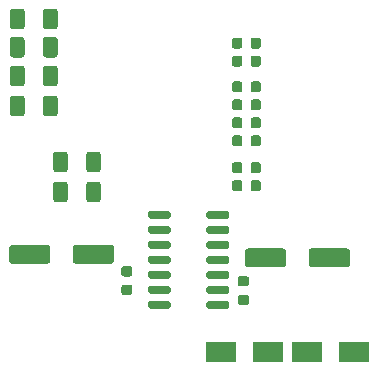
<source format=gbr>
%TF.GenerationSoftware,KiCad,Pcbnew,5.1.6-c6e7f7d~87~ubuntu18.04.1*%
%TF.CreationDate,2020-12-29T19:32:25-08:00*%
%TF.ProjectId,cv-extractor,63762d65-7874-4726-9163-746f722e6b69,rev?*%
%TF.SameCoordinates,Original*%
%TF.FileFunction,Paste,Bot*%
%TF.FilePolarity,Positive*%
%FSLAX46Y46*%
G04 Gerber Fmt 4.6, Leading zero omitted, Abs format (unit mm)*
G04 Created by KiCad (PCBNEW 5.1.6-c6e7f7d~87~ubuntu18.04.1) date 2020-12-29 19:32:25*
%MOMM*%
%LPD*%
G01*
G04 APERTURE LIST*
%ADD10R,2.500000X1.800000*%
G04 APERTURE END LIST*
%TO.C,C3*%
G36*
G01*
X86121000Y-78971000D02*
X86121000Y-80221000D01*
G75*
G02*
X85871000Y-80471000I-250000J0D01*
G01*
X85121000Y-80471000D01*
G75*
G02*
X84871000Y-80221000I0J250000D01*
G01*
X84871000Y-78971000D01*
G75*
G02*
X85121000Y-78721000I250000J0D01*
G01*
X85871000Y-78721000D01*
G75*
G02*
X86121000Y-78971000I0J-250000D01*
G01*
G37*
G36*
G01*
X88921000Y-78971000D02*
X88921000Y-80221000D01*
G75*
G02*
X88671000Y-80471000I-250000J0D01*
G01*
X87921000Y-80471000D01*
G75*
G02*
X87671000Y-80221000I0J250000D01*
G01*
X87671000Y-78971000D01*
G75*
G02*
X87921000Y-78721000I250000J0D01*
G01*
X88671000Y-78721000D01*
G75*
G02*
X88921000Y-78971000I0J-250000D01*
G01*
G37*
%TD*%
%TO.C,C1*%
G36*
G01*
X91329000Y-92319000D02*
X91329000Y-91069000D01*
G75*
G02*
X91579000Y-90819000I250000J0D01*
G01*
X92329000Y-90819000D01*
G75*
G02*
X92579000Y-91069000I0J-250000D01*
G01*
X92579000Y-92319000D01*
G75*
G02*
X92329000Y-92569000I-250000J0D01*
G01*
X91579000Y-92569000D01*
G75*
G02*
X91329000Y-92319000I0J250000D01*
G01*
G37*
G36*
G01*
X88529000Y-92319000D02*
X88529000Y-91069000D01*
G75*
G02*
X88779000Y-90819000I250000J0D01*
G01*
X89529000Y-90819000D01*
G75*
G02*
X89779000Y-91069000I0J-250000D01*
G01*
X89779000Y-92319000D01*
G75*
G02*
X89529000Y-92569000I-250000J0D01*
G01*
X88779000Y-92569000D01*
G75*
G02*
X88529000Y-92319000I0J250000D01*
G01*
G37*
%TD*%
%TO.C,C2*%
G36*
G01*
X91329000Y-94859000D02*
X91329000Y-93609000D01*
G75*
G02*
X91579000Y-93359000I250000J0D01*
G01*
X92329000Y-93359000D01*
G75*
G02*
X92579000Y-93609000I0J-250000D01*
G01*
X92579000Y-94859000D01*
G75*
G02*
X92329000Y-95109000I-250000J0D01*
G01*
X91579000Y-95109000D01*
G75*
G02*
X91329000Y-94859000I0J250000D01*
G01*
G37*
G36*
G01*
X88529000Y-94859000D02*
X88529000Y-93609000D01*
G75*
G02*
X88779000Y-93359000I250000J0D01*
G01*
X89529000Y-93359000D01*
G75*
G02*
X89779000Y-93609000I0J-250000D01*
G01*
X89779000Y-94859000D01*
G75*
G02*
X89529000Y-95109000I-250000J0D01*
G01*
X88779000Y-95109000D01*
G75*
G02*
X88529000Y-94859000I0J250000D01*
G01*
G37*
%TD*%
%TO.C,C4*%
G36*
G01*
X86121000Y-81361000D02*
X86121000Y-82611000D01*
G75*
G02*
X85871000Y-82861000I-250000J0D01*
G01*
X85121000Y-82861000D01*
G75*
G02*
X84871000Y-82611000I0J250000D01*
G01*
X84871000Y-81361000D01*
G75*
G02*
X85121000Y-81111000I250000J0D01*
G01*
X85871000Y-81111000D01*
G75*
G02*
X86121000Y-81361000I0J-250000D01*
G01*
G37*
G36*
G01*
X88921000Y-81361000D02*
X88921000Y-82611000D01*
G75*
G02*
X88671000Y-82861000I-250000J0D01*
G01*
X87921000Y-82861000D01*
G75*
G02*
X87671000Y-82611000I0J250000D01*
G01*
X87671000Y-81361000D01*
G75*
G02*
X87921000Y-81111000I250000J0D01*
G01*
X88671000Y-81111000D01*
G75*
G02*
X88921000Y-81361000I0J-250000D01*
G01*
G37*
%TD*%
%TO.C,C5*%
G36*
G01*
X86121000Y-83797000D02*
X86121000Y-85047000D01*
G75*
G02*
X85871000Y-85297000I-250000J0D01*
G01*
X85121000Y-85297000D01*
G75*
G02*
X84871000Y-85047000I0J250000D01*
G01*
X84871000Y-83797000D01*
G75*
G02*
X85121000Y-83547000I250000J0D01*
G01*
X85871000Y-83547000D01*
G75*
G02*
X86121000Y-83797000I0J-250000D01*
G01*
G37*
G36*
G01*
X88921000Y-83797000D02*
X88921000Y-85047000D01*
G75*
G02*
X88671000Y-85297000I-250000J0D01*
G01*
X87921000Y-85297000D01*
G75*
G02*
X87671000Y-85047000I0J250000D01*
G01*
X87671000Y-83797000D01*
G75*
G02*
X87921000Y-83547000I250000J0D01*
G01*
X88671000Y-83547000D01*
G75*
G02*
X88921000Y-83797000I0J-250000D01*
G01*
G37*
%TD*%
%TO.C,C6*%
G36*
G01*
X86121000Y-86337000D02*
X86121000Y-87587000D01*
G75*
G02*
X85871000Y-87837000I-250000J0D01*
G01*
X85121000Y-87837000D01*
G75*
G02*
X84871000Y-87587000I0J250000D01*
G01*
X84871000Y-86337000D01*
G75*
G02*
X85121000Y-86087000I250000J0D01*
G01*
X85871000Y-86087000D01*
G75*
G02*
X86121000Y-86337000I0J-250000D01*
G01*
G37*
G36*
G01*
X88921000Y-86337000D02*
X88921000Y-87587000D01*
G75*
G02*
X88671000Y-87837000I-250000J0D01*
G01*
X87921000Y-87837000D01*
G75*
G02*
X87671000Y-87587000I0J250000D01*
G01*
X87671000Y-86337000D01*
G75*
G02*
X87921000Y-86087000I250000J0D01*
G01*
X88671000Y-86087000D01*
G75*
G02*
X88921000Y-86337000I0J-250000D01*
G01*
G37*
%TD*%
%TO.C,C7*%
G36*
G01*
X110170000Y-100372000D02*
X110170000Y-99272000D01*
G75*
G02*
X110420000Y-99022000I250000J0D01*
G01*
X113420000Y-99022000D01*
G75*
G02*
X113670000Y-99272000I0J-250000D01*
G01*
X113670000Y-100372000D01*
G75*
G02*
X113420000Y-100622000I-250000J0D01*
G01*
X110420000Y-100622000D01*
G75*
G02*
X110170000Y-100372000I0J250000D01*
G01*
G37*
G36*
G01*
X104770000Y-100372000D02*
X104770000Y-99272000D01*
G75*
G02*
X105020000Y-99022000I250000J0D01*
G01*
X108020000Y-99022000D01*
G75*
G02*
X108270000Y-99272000I0J-250000D01*
G01*
X108270000Y-100372000D01*
G75*
G02*
X108020000Y-100622000I-250000J0D01*
G01*
X105020000Y-100622000D01*
G75*
G02*
X104770000Y-100372000I0J250000D01*
G01*
G37*
%TD*%
%TO.C,C8*%
G36*
G01*
X90200000Y-100075000D02*
X90200000Y-98975000D01*
G75*
G02*
X90450000Y-98725000I250000J0D01*
G01*
X93450000Y-98725000D01*
G75*
G02*
X93700000Y-98975000I0J-250000D01*
G01*
X93700000Y-100075000D01*
G75*
G02*
X93450000Y-100325000I-250000J0D01*
G01*
X90450000Y-100325000D01*
G75*
G02*
X90200000Y-100075000I0J250000D01*
G01*
G37*
G36*
G01*
X84800000Y-100075000D02*
X84800000Y-98975000D01*
G75*
G02*
X85050000Y-98725000I250000J0D01*
G01*
X88050000Y-98725000D01*
G75*
G02*
X88300000Y-98975000I0J-250000D01*
G01*
X88300000Y-100075000D01*
G75*
G02*
X88050000Y-100325000I-250000J0D01*
G01*
X85050000Y-100325000D01*
G75*
G02*
X84800000Y-100075000I0J250000D01*
G01*
G37*
%TD*%
%TO.C,C9*%
G36*
G01*
X104904250Y-102240500D02*
X104391750Y-102240500D01*
G75*
G02*
X104173000Y-102021750I0J218750D01*
G01*
X104173000Y-101584250D01*
G75*
G02*
X104391750Y-101365500I218750J0D01*
G01*
X104904250Y-101365500D01*
G75*
G02*
X105123000Y-101584250I0J-218750D01*
G01*
X105123000Y-102021750D01*
G75*
G02*
X104904250Y-102240500I-218750J0D01*
G01*
G37*
G36*
G01*
X104904250Y-103815500D02*
X104391750Y-103815500D01*
G75*
G02*
X104173000Y-103596750I0J218750D01*
G01*
X104173000Y-103159250D01*
G75*
G02*
X104391750Y-102940500I218750J0D01*
G01*
X104904250Y-102940500D01*
G75*
G02*
X105123000Y-103159250I0J-218750D01*
G01*
X105123000Y-103596750D01*
G75*
G02*
X104904250Y-103815500I-218750J0D01*
G01*
G37*
%TD*%
%TO.C,C10*%
G36*
G01*
X94518750Y-102100000D02*
X95031250Y-102100000D01*
G75*
G02*
X95250000Y-102318750I0J-218750D01*
G01*
X95250000Y-102756250D01*
G75*
G02*
X95031250Y-102975000I-218750J0D01*
G01*
X94518750Y-102975000D01*
G75*
G02*
X94300000Y-102756250I0J218750D01*
G01*
X94300000Y-102318750D01*
G75*
G02*
X94518750Y-102100000I218750J0D01*
G01*
G37*
G36*
G01*
X94518750Y-100525000D02*
X95031250Y-100525000D01*
G75*
G02*
X95250000Y-100743750I0J-218750D01*
G01*
X95250000Y-101181250D01*
G75*
G02*
X95031250Y-101400000I-218750J0D01*
G01*
X94518750Y-101400000D01*
G75*
G02*
X94300000Y-101181250I0J218750D01*
G01*
X94300000Y-100743750D01*
G75*
G02*
X94518750Y-100525000I218750J0D01*
G01*
G37*
%TD*%
D10*
%TO.C,D1*%
X106750000Y-107750000D03*
X102750000Y-107750000D03*
%TD*%
%TO.C,D2*%
X114000000Y-107750000D03*
X110000000Y-107750000D03*
%TD*%
%TO.C,R1*%
G36*
G01*
X104552000Y-93457750D02*
X104552000Y-93970250D01*
G75*
G02*
X104333250Y-94189000I-218750J0D01*
G01*
X103895750Y-94189000D01*
G75*
G02*
X103677000Y-93970250I0J218750D01*
G01*
X103677000Y-93457750D01*
G75*
G02*
X103895750Y-93239000I218750J0D01*
G01*
X104333250Y-93239000D01*
G75*
G02*
X104552000Y-93457750I0J-218750D01*
G01*
G37*
G36*
G01*
X106127000Y-93457750D02*
X106127000Y-93970250D01*
G75*
G02*
X105908250Y-94189000I-218750J0D01*
G01*
X105470750Y-94189000D01*
G75*
G02*
X105252000Y-93970250I0J218750D01*
G01*
X105252000Y-93457750D01*
G75*
G02*
X105470750Y-93239000I218750J0D01*
G01*
X105908250Y-93239000D01*
G75*
G02*
X106127000Y-93457750I0J-218750D01*
G01*
G37*
%TD*%
%TO.C,R2*%
G36*
G01*
X105252000Y-92446250D02*
X105252000Y-91933750D01*
G75*
G02*
X105470750Y-91715000I218750J0D01*
G01*
X105908250Y-91715000D01*
G75*
G02*
X106127000Y-91933750I0J-218750D01*
G01*
X106127000Y-92446250D01*
G75*
G02*
X105908250Y-92665000I-218750J0D01*
G01*
X105470750Y-92665000D01*
G75*
G02*
X105252000Y-92446250I0J218750D01*
G01*
G37*
G36*
G01*
X103677000Y-92446250D02*
X103677000Y-91933750D01*
G75*
G02*
X103895750Y-91715000I218750J0D01*
G01*
X104333250Y-91715000D01*
G75*
G02*
X104552000Y-91933750I0J-218750D01*
G01*
X104552000Y-92446250D01*
G75*
G02*
X104333250Y-92665000I-218750J0D01*
G01*
X103895750Y-92665000D01*
G75*
G02*
X103677000Y-92446250I0J218750D01*
G01*
G37*
%TD*%
%TO.C,R3*%
G36*
G01*
X105252000Y-90172250D02*
X105252000Y-89659750D01*
G75*
G02*
X105470750Y-89441000I218750J0D01*
G01*
X105908250Y-89441000D01*
G75*
G02*
X106127000Y-89659750I0J-218750D01*
G01*
X106127000Y-90172250D01*
G75*
G02*
X105908250Y-90391000I-218750J0D01*
G01*
X105470750Y-90391000D01*
G75*
G02*
X105252000Y-90172250I0J218750D01*
G01*
G37*
G36*
G01*
X103677000Y-90172250D02*
X103677000Y-89659750D01*
G75*
G02*
X103895750Y-89441000I218750J0D01*
G01*
X104333250Y-89441000D01*
G75*
G02*
X104552000Y-89659750I0J-218750D01*
G01*
X104552000Y-90172250D01*
G75*
G02*
X104333250Y-90391000I-218750J0D01*
G01*
X103895750Y-90391000D01*
G75*
G02*
X103677000Y-90172250I0J218750D01*
G01*
G37*
%TD*%
%TO.C,R4*%
G36*
G01*
X105252000Y-88648250D02*
X105252000Y-88135750D01*
G75*
G02*
X105470750Y-87917000I218750J0D01*
G01*
X105908250Y-87917000D01*
G75*
G02*
X106127000Y-88135750I0J-218750D01*
G01*
X106127000Y-88648250D01*
G75*
G02*
X105908250Y-88867000I-218750J0D01*
G01*
X105470750Y-88867000D01*
G75*
G02*
X105252000Y-88648250I0J218750D01*
G01*
G37*
G36*
G01*
X103677000Y-88648250D02*
X103677000Y-88135750D01*
G75*
G02*
X103895750Y-87917000I218750J0D01*
G01*
X104333250Y-87917000D01*
G75*
G02*
X104552000Y-88135750I0J-218750D01*
G01*
X104552000Y-88648250D01*
G75*
G02*
X104333250Y-88867000I-218750J0D01*
G01*
X103895750Y-88867000D01*
G75*
G02*
X103677000Y-88648250I0J218750D01*
G01*
G37*
%TD*%
%TO.C,R5*%
G36*
G01*
X105252000Y-87124250D02*
X105252000Y-86611750D01*
G75*
G02*
X105470750Y-86393000I218750J0D01*
G01*
X105908250Y-86393000D01*
G75*
G02*
X106127000Y-86611750I0J-218750D01*
G01*
X106127000Y-87124250D01*
G75*
G02*
X105908250Y-87343000I-218750J0D01*
G01*
X105470750Y-87343000D01*
G75*
G02*
X105252000Y-87124250I0J218750D01*
G01*
G37*
G36*
G01*
X103677000Y-87124250D02*
X103677000Y-86611750D01*
G75*
G02*
X103895750Y-86393000I218750J0D01*
G01*
X104333250Y-86393000D01*
G75*
G02*
X104552000Y-86611750I0J-218750D01*
G01*
X104552000Y-87124250D01*
G75*
G02*
X104333250Y-87343000I-218750J0D01*
G01*
X103895750Y-87343000D01*
G75*
G02*
X103677000Y-87124250I0J218750D01*
G01*
G37*
%TD*%
%TO.C,R6*%
G36*
G01*
X104552000Y-85087750D02*
X104552000Y-85600250D01*
G75*
G02*
X104333250Y-85819000I-218750J0D01*
G01*
X103895750Y-85819000D01*
G75*
G02*
X103677000Y-85600250I0J218750D01*
G01*
X103677000Y-85087750D01*
G75*
G02*
X103895750Y-84869000I218750J0D01*
G01*
X104333250Y-84869000D01*
G75*
G02*
X104552000Y-85087750I0J-218750D01*
G01*
G37*
G36*
G01*
X106127000Y-85087750D02*
X106127000Y-85600250D01*
G75*
G02*
X105908250Y-85819000I-218750J0D01*
G01*
X105470750Y-85819000D01*
G75*
G02*
X105252000Y-85600250I0J218750D01*
G01*
X105252000Y-85087750D01*
G75*
G02*
X105470750Y-84869000I218750J0D01*
G01*
X105908250Y-84869000D01*
G75*
G02*
X106127000Y-85087750I0J-218750D01*
G01*
G37*
%TD*%
%TO.C,R7*%
G36*
G01*
X105252000Y-83426250D02*
X105252000Y-82913750D01*
G75*
G02*
X105470750Y-82695000I218750J0D01*
G01*
X105908250Y-82695000D01*
G75*
G02*
X106127000Y-82913750I0J-218750D01*
G01*
X106127000Y-83426250D01*
G75*
G02*
X105908250Y-83645000I-218750J0D01*
G01*
X105470750Y-83645000D01*
G75*
G02*
X105252000Y-83426250I0J218750D01*
G01*
G37*
G36*
G01*
X103677000Y-83426250D02*
X103677000Y-82913750D01*
G75*
G02*
X103895750Y-82695000I218750J0D01*
G01*
X104333250Y-82695000D01*
G75*
G02*
X104552000Y-82913750I0J-218750D01*
G01*
X104552000Y-83426250D01*
G75*
G02*
X104333250Y-83645000I-218750J0D01*
G01*
X103895750Y-83645000D01*
G75*
G02*
X103677000Y-83426250I0J218750D01*
G01*
G37*
%TD*%
%TO.C,R8*%
G36*
G01*
X105252000Y-81902250D02*
X105252000Y-81389750D01*
G75*
G02*
X105470750Y-81171000I218750J0D01*
G01*
X105908250Y-81171000D01*
G75*
G02*
X106127000Y-81389750I0J-218750D01*
G01*
X106127000Y-81902250D01*
G75*
G02*
X105908250Y-82121000I-218750J0D01*
G01*
X105470750Y-82121000D01*
G75*
G02*
X105252000Y-81902250I0J218750D01*
G01*
G37*
G36*
G01*
X103677000Y-81902250D02*
X103677000Y-81389750D01*
G75*
G02*
X103895750Y-81171000I218750J0D01*
G01*
X104333250Y-81171000D01*
G75*
G02*
X104552000Y-81389750I0J-218750D01*
G01*
X104552000Y-81902250D01*
G75*
G02*
X104333250Y-82121000I-218750J0D01*
G01*
X103895750Y-82121000D01*
G75*
G02*
X103677000Y-81902250I0J218750D01*
G01*
G37*
%TD*%
%TO.C,U1*%
G36*
G01*
X98500000Y-96040000D02*
X98500000Y-96340000D01*
G75*
G02*
X98350000Y-96490000I-150000J0D01*
G01*
X96700000Y-96490000D01*
G75*
G02*
X96550000Y-96340000I0J150000D01*
G01*
X96550000Y-96040000D01*
G75*
G02*
X96700000Y-95890000I150000J0D01*
G01*
X98350000Y-95890000D01*
G75*
G02*
X98500000Y-96040000I0J-150000D01*
G01*
G37*
G36*
G01*
X98500000Y-97310000D02*
X98500000Y-97610000D01*
G75*
G02*
X98350000Y-97760000I-150000J0D01*
G01*
X96700000Y-97760000D01*
G75*
G02*
X96550000Y-97610000I0J150000D01*
G01*
X96550000Y-97310000D01*
G75*
G02*
X96700000Y-97160000I150000J0D01*
G01*
X98350000Y-97160000D01*
G75*
G02*
X98500000Y-97310000I0J-150000D01*
G01*
G37*
G36*
G01*
X98500000Y-98580000D02*
X98500000Y-98880000D01*
G75*
G02*
X98350000Y-99030000I-150000J0D01*
G01*
X96700000Y-99030000D01*
G75*
G02*
X96550000Y-98880000I0J150000D01*
G01*
X96550000Y-98580000D01*
G75*
G02*
X96700000Y-98430000I150000J0D01*
G01*
X98350000Y-98430000D01*
G75*
G02*
X98500000Y-98580000I0J-150000D01*
G01*
G37*
G36*
G01*
X98500000Y-99850000D02*
X98500000Y-100150000D01*
G75*
G02*
X98350000Y-100300000I-150000J0D01*
G01*
X96700000Y-100300000D01*
G75*
G02*
X96550000Y-100150000I0J150000D01*
G01*
X96550000Y-99850000D01*
G75*
G02*
X96700000Y-99700000I150000J0D01*
G01*
X98350000Y-99700000D01*
G75*
G02*
X98500000Y-99850000I0J-150000D01*
G01*
G37*
G36*
G01*
X98500000Y-101120000D02*
X98500000Y-101420000D01*
G75*
G02*
X98350000Y-101570000I-150000J0D01*
G01*
X96700000Y-101570000D01*
G75*
G02*
X96550000Y-101420000I0J150000D01*
G01*
X96550000Y-101120000D01*
G75*
G02*
X96700000Y-100970000I150000J0D01*
G01*
X98350000Y-100970000D01*
G75*
G02*
X98500000Y-101120000I0J-150000D01*
G01*
G37*
G36*
G01*
X98500000Y-102390000D02*
X98500000Y-102690000D01*
G75*
G02*
X98350000Y-102840000I-150000J0D01*
G01*
X96700000Y-102840000D01*
G75*
G02*
X96550000Y-102690000I0J150000D01*
G01*
X96550000Y-102390000D01*
G75*
G02*
X96700000Y-102240000I150000J0D01*
G01*
X98350000Y-102240000D01*
G75*
G02*
X98500000Y-102390000I0J-150000D01*
G01*
G37*
G36*
G01*
X98500000Y-103660000D02*
X98500000Y-103960000D01*
G75*
G02*
X98350000Y-104110000I-150000J0D01*
G01*
X96700000Y-104110000D01*
G75*
G02*
X96550000Y-103960000I0J150000D01*
G01*
X96550000Y-103660000D01*
G75*
G02*
X96700000Y-103510000I150000J0D01*
G01*
X98350000Y-103510000D01*
G75*
G02*
X98500000Y-103660000I0J-150000D01*
G01*
G37*
G36*
G01*
X103450000Y-103660000D02*
X103450000Y-103960000D01*
G75*
G02*
X103300000Y-104110000I-150000J0D01*
G01*
X101650000Y-104110000D01*
G75*
G02*
X101500000Y-103960000I0J150000D01*
G01*
X101500000Y-103660000D01*
G75*
G02*
X101650000Y-103510000I150000J0D01*
G01*
X103300000Y-103510000D01*
G75*
G02*
X103450000Y-103660000I0J-150000D01*
G01*
G37*
G36*
G01*
X103450000Y-102390000D02*
X103450000Y-102690000D01*
G75*
G02*
X103300000Y-102840000I-150000J0D01*
G01*
X101650000Y-102840000D01*
G75*
G02*
X101500000Y-102690000I0J150000D01*
G01*
X101500000Y-102390000D01*
G75*
G02*
X101650000Y-102240000I150000J0D01*
G01*
X103300000Y-102240000D01*
G75*
G02*
X103450000Y-102390000I0J-150000D01*
G01*
G37*
G36*
G01*
X103450000Y-101120000D02*
X103450000Y-101420000D01*
G75*
G02*
X103300000Y-101570000I-150000J0D01*
G01*
X101650000Y-101570000D01*
G75*
G02*
X101500000Y-101420000I0J150000D01*
G01*
X101500000Y-101120000D01*
G75*
G02*
X101650000Y-100970000I150000J0D01*
G01*
X103300000Y-100970000D01*
G75*
G02*
X103450000Y-101120000I0J-150000D01*
G01*
G37*
G36*
G01*
X103450000Y-99850000D02*
X103450000Y-100150000D01*
G75*
G02*
X103300000Y-100300000I-150000J0D01*
G01*
X101650000Y-100300000D01*
G75*
G02*
X101500000Y-100150000I0J150000D01*
G01*
X101500000Y-99850000D01*
G75*
G02*
X101650000Y-99700000I150000J0D01*
G01*
X103300000Y-99700000D01*
G75*
G02*
X103450000Y-99850000I0J-150000D01*
G01*
G37*
G36*
G01*
X103450000Y-98580000D02*
X103450000Y-98880000D01*
G75*
G02*
X103300000Y-99030000I-150000J0D01*
G01*
X101650000Y-99030000D01*
G75*
G02*
X101500000Y-98880000I0J150000D01*
G01*
X101500000Y-98580000D01*
G75*
G02*
X101650000Y-98430000I150000J0D01*
G01*
X103300000Y-98430000D01*
G75*
G02*
X103450000Y-98580000I0J-150000D01*
G01*
G37*
G36*
G01*
X103450000Y-97310000D02*
X103450000Y-97610000D01*
G75*
G02*
X103300000Y-97760000I-150000J0D01*
G01*
X101650000Y-97760000D01*
G75*
G02*
X101500000Y-97610000I0J150000D01*
G01*
X101500000Y-97310000D01*
G75*
G02*
X101650000Y-97160000I150000J0D01*
G01*
X103300000Y-97160000D01*
G75*
G02*
X103450000Y-97310000I0J-150000D01*
G01*
G37*
G36*
G01*
X103450000Y-96040000D02*
X103450000Y-96340000D01*
G75*
G02*
X103300000Y-96490000I-150000J0D01*
G01*
X101650000Y-96490000D01*
G75*
G02*
X101500000Y-96340000I0J150000D01*
G01*
X101500000Y-96040000D01*
G75*
G02*
X101650000Y-95890000I150000J0D01*
G01*
X103300000Y-95890000D01*
G75*
G02*
X103450000Y-96040000I0J-150000D01*
G01*
G37*
%TD*%
M02*

</source>
